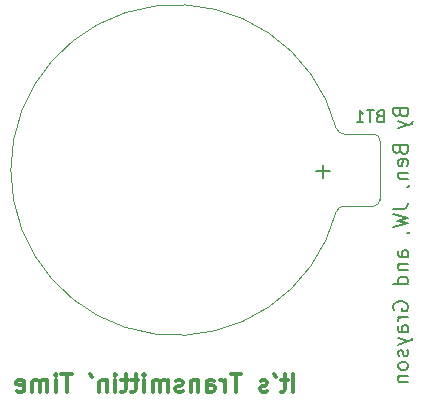
<source format=gbr>
%TF.GenerationSoftware,KiCad,Pcbnew,6.0.9-8da3e8f707~117~ubuntu22.04.1*%
%TF.CreationDate,2022-11-29T09:47:06-05:00*%
%TF.ProjectId,RFTransmitterV3,52465472-616e-4736-9d69-747465725633,rev?*%
%TF.SameCoordinates,Original*%
%TF.FileFunction,Legend,Bot*%
%TF.FilePolarity,Positive*%
%FSLAX46Y46*%
G04 Gerber Fmt 4.6, Leading zero omitted, Abs format (unit mm)*
G04 Created by KiCad (PCBNEW 6.0.9-8da3e8f707~117~ubuntu22.04.1) date 2022-11-29 09:47:06*
%MOMM*%
%LPD*%
G01*
G04 APERTURE LIST*
%ADD10C,0.200000*%
%ADD11C,0.300000*%
%ADD12C,0.150000*%
%ADD13C,0.120000*%
G04 APERTURE END LIST*
D10*
X153634034Y-81530187D02*
X153693558Y-81708759D01*
X153753081Y-81768283D01*
X153872129Y-81827806D01*
X154050700Y-81827806D01*
X154169748Y-81768283D01*
X154229272Y-81708759D01*
X154288796Y-81589711D01*
X154288796Y-81113521D01*
X153038796Y-81113521D01*
X153038796Y-81530187D01*
X153098320Y-81649235D01*
X153157843Y-81708759D01*
X153276891Y-81768283D01*
X153395939Y-81768283D01*
X153514986Y-81708759D01*
X153574510Y-81649235D01*
X153634034Y-81530187D01*
X153634034Y-81113521D01*
X153455462Y-82244473D02*
X154288796Y-82542092D01*
X153455462Y-82839711D02*
X154288796Y-82542092D01*
X154586415Y-82423044D01*
X154645939Y-82363521D01*
X154705462Y-82244473D01*
X153634034Y-84684949D02*
X153693558Y-84863521D01*
X153753081Y-84923044D01*
X153872129Y-84982568D01*
X154050700Y-84982568D01*
X154169748Y-84923044D01*
X154229272Y-84863521D01*
X154288796Y-84744473D01*
X154288796Y-84268283D01*
X153038796Y-84268283D01*
X153038796Y-84684949D01*
X153098320Y-84803997D01*
X153157843Y-84863521D01*
X153276891Y-84923044D01*
X153395939Y-84923044D01*
X153514986Y-84863521D01*
X153574510Y-84803997D01*
X153634034Y-84684949D01*
X153634034Y-84268283D01*
X154229272Y-85994473D02*
X154288796Y-85875425D01*
X154288796Y-85637330D01*
X154229272Y-85518283D01*
X154110224Y-85458759D01*
X153634034Y-85458759D01*
X153514986Y-85518283D01*
X153455462Y-85637330D01*
X153455462Y-85875425D01*
X153514986Y-85994473D01*
X153634034Y-86053997D01*
X153753081Y-86053997D01*
X153872129Y-85458759D01*
X153455462Y-86589711D02*
X154288796Y-86589711D01*
X153574510Y-86589711D02*
X153514986Y-86649235D01*
X153455462Y-86768283D01*
X153455462Y-86946854D01*
X153514986Y-87065902D01*
X153634034Y-87125425D01*
X154288796Y-87125425D01*
X154229272Y-87780187D02*
X154288796Y-87780187D01*
X154407843Y-87720664D01*
X154467367Y-87661140D01*
X153038796Y-89625425D02*
X153931653Y-89625425D01*
X154110224Y-89565902D01*
X154229272Y-89446854D01*
X154288796Y-89268283D01*
X154288796Y-89149235D01*
X153038796Y-90101616D02*
X154288796Y-90399235D01*
X153395939Y-90637330D01*
X154288796Y-90875425D01*
X153038796Y-91173044D01*
X154229272Y-91708759D02*
X154288796Y-91708759D01*
X154407843Y-91649235D01*
X154467367Y-91589711D01*
X154288796Y-93732568D02*
X153634034Y-93732568D01*
X153514986Y-93673044D01*
X153455462Y-93553997D01*
X153455462Y-93315902D01*
X153514986Y-93196854D01*
X154229272Y-93732568D02*
X154288796Y-93613521D01*
X154288796Y-93315902D01*
X154229272Y-93196854D01*
X154110224Y-93137330D01*
X153991177Y-93137330D01*
X153872129Y-93196854D01*
X153812605Y-93315902D01*
X153812605Y-93613521D01*
X153753081Y-93732568D01*
X153455462Y-94327806D02*
X154288796Y-94327806D01*
X153574510Y-94327806D02*
X153514986Y-94387330D01*
X153455462Y-94506378D01*
X153455462Y-94684949D01*
X153514986Y-94803997D01*
X153634034Y-94863521D01*
X154288796Y-94863521D01*
X154288796Y-95994473D02*
X153038796Y-95994473D01*
X154229272Y-95994473D02*
X154288796Y-95875425D01*
X154288796Y-95637330D01*
X154229272Y-95518283D01*
X154169748Y-95458759D01*
X154050700Y-95399235D01*
X153693558Y-95399235D01*
X153574510Y-95458759D01*
X153514986Y-95518283D01*
X153455462Y-95637330D01*
X153455462Y-95875425D01*
X153514986Y-95994473D01*
X153098320Y-98196854D02*
X153038796Y-98077806D01*
X153038796Y-97899235D01*
X153098320Y-97720664D01*
X153217367Y-97601616D01*
X153336415Y-97542092D01*
X153574510Y-97482568D01*
X153753081Y-97482568D01*
X153991177Y-97542092D01*
X154110224Y-97601616D01*
X154229272Y-97720664D01*
X154288796Y-97899235D01*
X154288796Y-98018283D01*
X154229272Y-98196854D01*
X154169748Y-98256378D01*
X153753081Y-98256378D01*
X153753081Y-98018283D01*
X154288796Y-98792092D02*
X153455462Y-98792092D01*
X153693558Y-98792092D02*
X153574510Y-98851616D01*
X153514986Y-98911140D01*
X153455462Y-99030187D01*
X153455462Y-99149235D01*
X154288796Y-100101616D02*
X153634034Y-100101616D01*
X153514986Y-100042092D01*
X153455462Y-99923044D01*
X153455462Y-99684949D01*
X153514986Y-99565902D01*
X154229272Y-100101616D02*
X154288796Y-99982568D01*
X154288796Y-99684949D01*
X154229272Y-99565902D01*
X154110224Y-99506378D01*
X153991177Y-99506378D01*
X153872129Y-99565902D01*
X153812605Y-99684949D01*
X153812605Y-99982568D01*
X153753081Y-100101616D01*
X153455462Y-100577806D02*
X154288796Y-100875425D01*
X153455462Y-101173044D02*
X154288796Y-100875425D01*
X154586415Y-100756378D01*
X154645939Y-100696854D01*
X154705462Y-100577806D01*
X154229272Y-101589711D02*
X154288796Y-101708759D01*
X154288796Y-101946854D01*
X154229272Y-102065902D01*
X154110224Y-102125425D01*
X154050700Y-102125425D01*
X153931653Y-102065902D01*
X153872129Y-101946854D01*
X153872129Y-101768283D01*
X153812605Y-101649235D01*
X153693558Y-101589711D01*
X153634034Y-101589711D01*
X153514986Y-101649235D01*
X153455462Y-101768283D01*
X153455462Y-101946854D01*
X153514986Y-102065902D01*
X154288796Y-102839711D02*
X154229272Y-102720664D01*
X154169748Y-102661140D01*
X154050700Y-102601616D01*
X153693558Y-102601616D01*
X153574510Y-102661140D01*
X153514986Y-102720664D01*
X153455462Y-102839711D01*
X153455462Y-103018283D01*
X153514986Y-103137330D01*
X153574510Y-103196854D01*
X153693558Y-103256378D01*
X154050700Y-103256378D01*
X154169748Y-103196854D01*
X154229272Y-103137330D01*
X154288796Y-103018283D01*
X154288796Y-102839711D01*
X153455462Y-103792092D02*
X154288796Y-103792092D01*
X153574510Y-103792092D02*
X153514986Y-103851616D01*
X153455462Y-103970664D01*
X153455462Y-104149235D01*
X153514986Y-104268283D01*
X153634034Y-104327806D01*
X154288796Y-104327806D01*
D11*
X144592423Y-105121209D02*
X144592423Y-103621209D01*
X144092423Y-104121209D02*
X143520995Y-104121209D01*
X143878138Y-103621209D02*
X143878138Y-104906923D01*
X143806709Y-105049780D01*
X143663852Y-105121209D01*
X143520995Y-105121209D01*
X142949566Y-103621209D02*
X143092423Y-103906923D01*
X142378138Y-105049780D02*
X142235280Y-105121209D01*
X141949566Y-105121209D01*
X141806709Y-105049780D01*
X141735280Y-104906923D01*
X141735280Y-104835495D01*
X141806709Y-104692638D01*
X141949566Y-104621209D01*
X142163852Y-104621209D01*
X142306709Y-104549780D01*
X142378138Y-104406923D01*
X142378138Y-104335495D01*
X142306709Y-104192638D01*
X142163852Y-104121209D01*
X141949566Y-104121209D01*
X141806709Y-104192638D01*
X140163852Y-103621209D02*
X139306709Y-103621209D01*
X139735280Y-105121209D02*
X139735280Y-103621209D01*
X138806709Y-105121209D02*
X138806709Y-104121209D01*
X138806709Y-104406923D02*
X138735280Y-104264066D01*
X138663852Y-104192638D01*
X138520995Y-104121209D01*
X138378138Y-104121209D01*
X137235280Y-105121209D02*
X137235280Y-104335495D01*
X137306709Y-104192638D01*
X137449566Y-104121209D01*
X137735280Y-104121209D01*
X137878138Y-104192638D01*
X137235280Y-105049780D02*
X137378138Y-105121209D01*
X137735280Y-105121209D01*
X137878138Y-105049780D01*
X137949566Y-104906923D01*
X137949566Y-104764066D01*
X137878138Y-104621209D01*
X137735280Y-104549780D01*
X137378138Y-104549780D01*
X137235280Y-104478352D01*
X136520995Y-104121209D02*
X136520995Y-105121209D01*
X136520995Y-104264066D02*
X136449566Y-104192638D01*
X136306709Y-104121209D01*
X136092423Y-104121209D01*
X135949566Y-104192638D01*
X135878138Y-104335495D01*
X135878138Y-105121209D01*
X135235280Y-105049780D02*
X135092423Y-105121209D01*
X134806709Y-105121209D01*
X134663852Y-105049780D01*
X134592423Y-104906923D01*
X134592423Y-104835495D01*
X134663852Y-104692638D01*
X134806709Y-104621209D01*
X135020995Y-104621209D01*
X135163852Y-104549780D01*
X135235280Y-104406923D01*
X135235280Y-104335495D01*
X135163852Y-104192638D01*
X135020995Y-104121209D01*
X134806709Y-104121209D01*
X134663852Y-104192638D01*
X133949566Y-105121209D02*
X133949566Y-104121209D01*
X133949566Y-104264066D02*
X133878138Y-104192638D01*
X133735280Y-104121209D01*
X133520995Y-104121209D01*
X133378138Y-104192638D01*
X133306709Y-104335495D01*
X133306709Y-105121209D01*
X133306709Y-104335495D02*
X133235280Y-104192638D01*
X133092423Y-104121209D01*
X132878138Y-104121209D01*
X132735280Y-104192638D01*
X132663852Y-104335495D01*
X132663852Y-105121209D01*
X131949566Y-105121209D02*
X131949566Y-104121209D01*
X131949566Y-103621209D02*
X132020995Y-103692638D01*
X131949566Y-103764066D01*
X131878138Y-103692638D01*
X131949566Y-103621209D01*
X131949566Y-103764066D01*
X131449566Y-104121209D02*
X130878138Y-104121209D01*
X131235280Y-103621209D02*
X131235280Y-104906923D01*
X131163852Y-105049780D01*
X131020995Y-105121209D01*
X130878138Y-105121209D01*
X130592423Y-104121209D02*
X130020995Y-104121209D01*
X130378138Y-103621209D02*
X130378138Y-104906923D01*
X130306709Y-105049780D01*
X130163852Y-105121209D01*
X130020995Y-105121209D01*
X129520995Y-105121209D02*
X129520995Y-104121209D01*
X129520995Y-103621209D02*
X129592423Y-103692638D01*
X129520995Y-103764066D01*
X129449566Y-103692638D01*
X129520995Y-103621209D01*
X129520995Y-103764066D01*
X128806709Y-104121209D02*
X128806709Y-105121209D01*
X128806709Y-104264066D02*
X128735280Y-104192638D01*
X128592423Y-104121209D01*
X128378138Y-104121209D01*
X128235280Y-104192638D01*
X128163852Y-104335495D01*
X128163852Y-105121209D01*
X127378138Y-103621209D02*
X127520995Y-103906923D01*
X125806709Y-103621209D02*
X124949566Y-103621209D01*
X125378138Y-105121209D02*
X125378138Y-103621209D01*
X124449566Y-105121209D02*
X124449566Y-104121209D01*
X124449566Y-103621209D02*
X124520995Y-103692638D01*
X124449566Y-103764066D01*
X124378138Y-103692638D01*
X124449566Y-103621209D01*
X124449566Y-103764066D01*
X123735280Y-105121209D02*
X123735280Y-104121209D01*
X123735280Y-104264066D02*
X123663852Y-104192638D01*
X123520995Y-104121209D01*
X123306709Y-104121209D01*
X123163852Y-104192638D01*
X123092423Y-104335495D01*
X123092423Y-105121209D01*
X123092423Y-104335495D02*
X123020995Y-104192638D01*
X122878138Y-104121209D01*
X122663852Y-104121209D01*
X122520995Y-104192638D01*
X122449566Y-104335495D01*
X122449566Y-105121209D01*
X121163852Y-105049780D02*
X121306709Y-105121209D01*
X121592423Y-105121209D01*
X121735280Y-105049780D01*
X121806709Y-104906923D01*
X121806709Y-104335495D01*
X121735280Y-104192638D01*
X121592423Y-104121209D01*
X121306709Y-104121209D01*
X121163852Y-104192638D01*
X121092423Y-104335495D01*
X121092423Y-104478352D01*
X121806709Y-104621209D01*
D12*
%TO.C,BT1*%
X151895714Y-81788571D02*
X151752857Y-81836190D01*
X151705238Y-81883809D01*
X151657619Y-81979047D01*
X151657619Y-82121904D01*
X151705238Y-82217142D01*
X151752857Y-82264761D01*
X151848095Y-82312380D01*
X152229047Y-82312380D01*
X152229047Y-81312380D01*
X151895714Y-81312380D01*
X151800476Y-81360000D01*
X151752857Y-81407619D01*
X151705238Y-81502857D01*
X151705238Y-81598095D01*
X151752857Y-81693333D01*
X151800476Y-81740952D01*
X151895714Y-81788571D01*
X152229047Y-81788571D01*
X151371904Y-81312380D02*
X150800476Y-81312380D01*
X151086190Y-82312380D02*
X151086190Y-81312380D01*
X149943333Y-82312380D02*
X150514761Y-82312380D01*
X150229047Y-82312380D02*
X150229047Y-81312380D01*
X150324285Y-81455238D01*
X150419523Y-81550476D01*
X150514761Y-81598095D01*
X147681428Y-86467142D02*
X146538571Y-86467142D01*
X147110000Y-87038571D02*
X147110000Y-85895714D01*
D13*
X148910000Y-83310000D02*
X151360000Y-83310000D01*
X151910000Y-83860000D02*
X151910000Y-88860000D01*
X151360000Y-89410000D02*
X148910000Y-89410000D01*
X148210000Y-82840000D02*
G75*
G03*
X120660262Y-86375231I-13550000J-3520000D01*
G01*
X120660262Y-86344769D02*
G75*
G03*
X148210000Y-89880000I13999738J-15231D01*
G01*
X151360000Y-89410000D02*
G75*
G03*
X151910000Y-88860000I1J549999D01*
G01*
X151910000Y-83860000D02*
G75*
G03*
X151360000Y-83310000I-549999J1D01*
G01*
X148910000Y-89410000D02*
G75*
G03*
X148205231Y-89903485I0J-750000D01*
G01*
X148205231Y-82816515D02*
G75*
G03*
X148910000Y-83310000I704769J256515D01*
G01*
%TD*%
M02*

</source>
